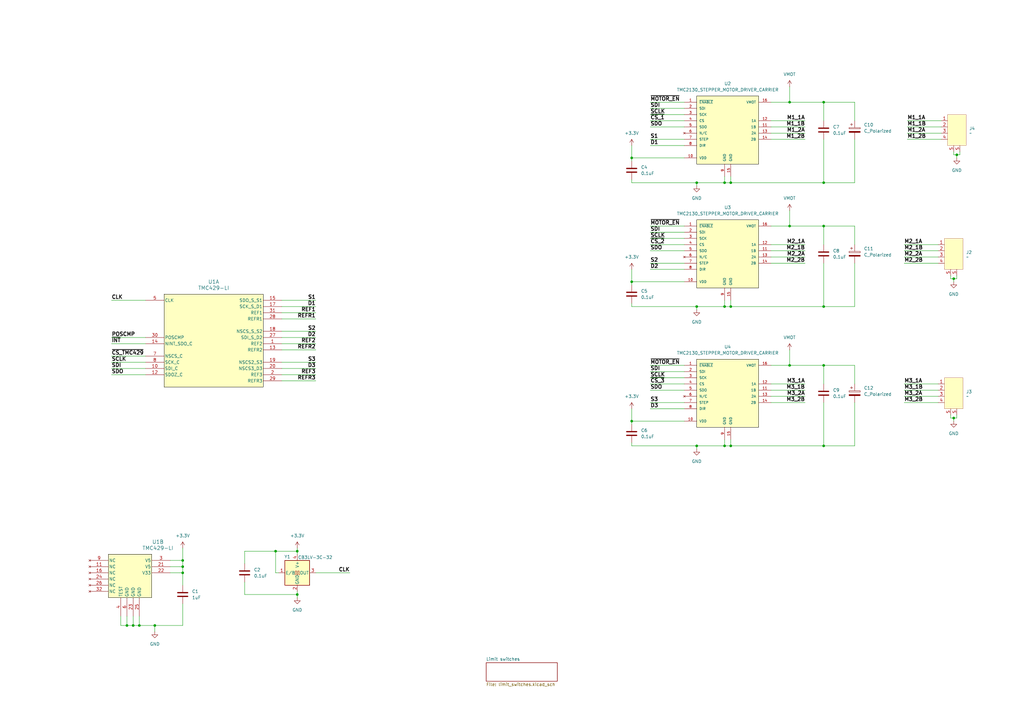
<source format=kicad_sch>
(kicad_sch (version 20231120) (generator "eeschema") (generator_version "8.0")
  (paper "A3")
  (lib_symbols
    (symbol "Device:C" (pin_numbers hide) (pin_names (offset 0.254))
      (property "Reference" "C" (at 0.635 2.54 0))
      (property "Value" "C" (at 0.635 -2.54 0))
      (symbol "C_0_1"
        (polyline (pts (xy -2.032 -0.762) (xy 2.032 -0.762)) (stroke (width 0.508)))
        (polyline (pts (xy -2.032 0.762) (xy 2.032 0.762)) (stroke (width 0.508)))
      )
      (symbol "C_1_1"
        (pin passive line (at 0 3.81 270) (length 2.794) (name "~") (number "1"))
        (pin passive line (at 0 -3.81 90) (length 2.794) (name "~") (number "2"))
      )
    )
    (symbol "Device:C_Polarized" (pin_numbers hide) (pin_names (offset 0.254))
      (property "Reference" "C" (at 0.635 2.54 0))
      (property "Value" "C_Polarized" (at 0.635 -2.54 0))
      (symbol "C_Polarized_0_1"
        (rectangle (start -2.286 0.508) (end 2.286 1.016))
        (polyline (pts (xy -1.778 2.286) (xy -0.762 2.286)))
        (polyline (pts (xy -1.27 2.794) (xy -1.27 1.778)))
        (rectangle (start 2.286 -0.508) (end -2.286 -1.016) (fill (type outline)))
      )
      (symbol "C_Polarized_1_1"
        (pin passive line (at 0 3.81 270) (length 2.794) (name "~") (number "1"))
        (pin passive line (at 0 -3.81 90) (length 2.794) (name "~") (number "2"))
      )
    )
    (symbol "JST_PA_4_pin_1"
      (property "Reference" "J" (at 0 1.27 0))
      (symbol "JST_PA_4_pin_1_1_0"
        (rectangle (start 0 0) (end 7.62 -12.7) (stroke (width 0.0254) (color 128 0 0 1)) (fill (type background)))
        (pin unspecified line (at 10.16 -2.54 180) (length 2.54) (name "") (number "1"))
        (pin unspecified line (at 10.16 -5.08 180) (length 2.54) (name "") (number "2"))
        (pin unspecified line (at 10.16 -7.62 180) (length 2.54) (name "") (number "3"))
        (pin unspecified line (at 10.16 -10.16 180) (length 2.54) (name "") (number "4"))
        (pin free line (at 2.54 -15.24 90) (length 2.54) (name "S") (number "S"))
        (pin free line (at 5.08 -15.24 90) (length 2.54) (name "S") (number "S"))
      )
    )
    (symbol "JST_PA_4_pin_2"
      (property "Reference" "J" (at 0 1.27 0))
      (symbol "JST_PA_4_pin_2_1_0"
        (rectangle (start 0 0) (end 7.62 -12.7) (stroke (width 0.0254) (color 128 0 0 1)) (fill (type background)))
        (pin unspecified line (at 10.16 -2.54 180) (length 2.54) (name "") (number "1"))
        (pin unspecified line (at 10.16 -5.08 180) (length 2.54) (name "") (number "2"))
        (pin unspecified line (at 10.16 -7.62 180) (length 2.54) (name "") (number "3"))
        (pin unspecified line (at 10.16 -10.16 180) (length 2.54) (name "") (number "4"))
        (pin free line (at 2.54 -15.24 90) (length 2.54) (name "S") (number "S"))
        (pin free line (at 5.08 -15.24 90) (length 2.54) (name "S") (number "S"))
      )
    )
    (symbol "Matts_library:JST_PA_4_pin"
      (property "Reference" "U" (at 0 1.27 0))
      (symbol "JST_PA_4_pin_1_0"
        (rectangle (start 0 0) (end 7.62 -12.7) (stroke (width 0.0254) (color 128 0 0 1)) (fill (type background)))
        (pin unspecified line (at 10.16 -2.54 180) (length 2.54) (name "") (number "1"))
        (pin unspecified line (at 10.16 -5.08 180) (length 2.54) (name "") (number "2"))
        (pin unspecified line (at 10.16 -7.62 180) (length 2.54) (name "") (number "3"))
        (pin unspecified line (at 10.16 -10.16 180) (length 2.54) (name "") (number "4"))
        (pin free line (at 2.54 -15.24 90) (length 2.54) (name "S") (number "S"))
        (pin free line (at 5.08 -15.24 90) (length 2.54) (name "S") (number "S"))
      )
    )
    (symbol "Matts_library:TMC2130_STEPPER_MOTOR_DRIVER_CARRIER" (pin_names (offset 1.016))
      (property "Reference" "U" (at -12.7 19.05 0))
      (property "Value" "TMC2130_STEPPER_MOTOR_DRIVER_CARRIER" (at -9.652 18.796 0))
      (symbol "TMC2130_STEPPER_MOTOR_DRIVER_CARRIER_0_0"
        (pin input line (at -17.78 15.24 0) (length 5.08) (name "~{ENABLE}") (number "1"))
        (pin power_in line (at -17.78 -7.62 0) (length 5.08) (name "VDD") (number "10"))
        (pin output line (at 17.78 5.08 180) (length 5.08) (name "1B") (number "11"))
        (pin output line (at 17.78 7.62 180) (length 5.08) (name "1A") (number "12"))
        (pin output line (at 17.78 2.54 180) (length 5.08) (name "2A") (number "13"))
        (pin output line (at 17.78 0 180) (length 5.08) (name "2B") (number "14"))
        (pin power_in line (at 1.27 -15.24 90) (length 5.08) (name "GND") (number "15"))
        (pin power_in line (at 17.78 15.24 180) (length 5.08) (name "VMOT") (number "16"))
        (pin input line (at -17.78 0 0) (length 5.08) (name "STEP") (number "7"))
        (pin input line (at -17.78 -2.54 0) (length 5.08) (name "DIR") (number "8"))
        (pin power_in line (at -1.27 -15.24 90) (length 5.08) (name "GND") (number "9"))
      )
      (symbol "TMC2130_STEPPER_MOTOR_DRIVER_CARRIER_1_0"
        (rectangle (start -12.7 17.78) (end 12.7 -10.16) (stroke (width 0) (color 0 0 0 1)) (fill (type background)))
        (pin input line (at -17.78 12.7 0) (length 5.08) (name "SDI") (number "2"))
        (pin input line (at -17.78 10.16 0) (length 5.08) (name "SCK") (number "3"))
        (pin input line (at -17.78 7.62 0) (length 5.08) (name "CS") (number "4"))
        (pin output line (at -17.78 5.08 0) (length 5.08) (name "SDO") (number "5"))
        (pin no_connect line (at -17.78 2.54 0) (length 5.08) (name "N/C") (number "6"))
      )
    )
    (symbol "Matts_library:TMC429-LI" (pin_names (offset 0.254))
      (property "Reference" "U2" (at 27.94 7.62 0))
      (property "Value" "TMC429-LI" (at 27.94 5.08 0))
      (symbol "TMC429-LI_1_1"
        (rectangle (start 7.62 2.54) (end 48.26 -35.56) (stroke (width 0) (color 0 0 0 1)) (fill (type background)))
        (pin input line (at 55.88 -17.78 180) (length 7.62) (name "REF2") (number "1"))
        (pin input line (at 0 -27.94 0) (length 7.62) (name "SDI_C") (number "10"))
        (pin output line (at 0 -30.48 0) (length 7.62) (name "SDOZ_C") (number "12"))
        (pin input line (at 55.88 -20.32 180) (length 7.62) (name "REFR2") (number "13"))
        (pin output line (at 0 -17.78 0) (length 7.62) (name "NINT_SDO_C") (number "14"))
        (pin output line (at 55.88 0 180) (length 7.62) (name "SDO_S_S1") (number "15"))
        (pin input line (at 55.88 -2.54 180) (length 7.62) (name "SCK_S_D1") (number "17"))
        (pin output line (at 55.88 -12.7 180) (length 7.62) (name "NSCS_S_S2") (number "18"))
        (pin output line (at 55.88 -25.4 180) (length 7.62) (name "NSCS2_S3") (number "19"))
        (pin input line (at 55.88 -30.48 180) (length 7.62) (name "REF3") (number "2"))
        (pin output line (at 55.88 -27.94 180) (length 7.62) (name "NSCS3_D3") (number "20"))
        (pin input line (at 55.88 -15.24 180) (length 7.62) (name "SDI_S_D2") (number "27"))
        (pin input line (at 55.88 -7.62 180) (length 7.62) (name "REFR1") (number "28"))
        (pin input line (at 55.88 -33.02 180) (length 7.62) (name "REFR3") (number "29"))
        (pin output line (at 0 -15.24 0) (length 7.62) (name "POSCMP") (number "30"))
        (pin input line (at 55.88 -5.08 180) (length 7.62) (name "REF1") (number "31"))
        (pin input line (at 0 0 0) (length 7.62) (name "CLK") (number "5"))
        (pin input line (at 0 -22.86 0) (length 7.62) (name "NSCS_C") (number "7"))
        (pin input line (at 0 -25.4 0) (length 7.62) (name "SCK_C") (number "8"))
      )
      (symbol "TMC429-LI_2_1"
        (rectangle (start 7.62 2.54) (end 25.4 -15.24) (stroke (width 0) (color 0 0 0 1)) (fill (type background)))
        (pin no_connect line (at 0 -2.54 0) (length 7.62) (name "NC") (number "11"))
        (pin no_connect line (at 0 -5.08 0) (length 7.62) (name "NC") (number "16"))
        (pin power_in line (at 33.02 -2.54 180) (length 7.62) (name "V5") (number "21"))
        (pin power_in line (at 33.02 -5.08 180) (length 7.62) (name "V33") (number "22"))
        (pin power_in line (at 17.78 -22.86 90) (length 7.62) (name "GND") (number "23"))
        (pin no_connect line (at 0 -7.62 0) (length 7.62) (name "NC") (number "24"))
        (pin power_in line (at 20.32 -22.86 90) (length 7.62) (name "GND") (number "25"))
        (pin no_connect line (at 0 -10.16 0) (length 7.62) (name "NC") (number "26"))
        (pin power_in line (at 33.02 0 180) (length 7.62) (name "V5") (number "3"))
        (pin no_connect line (at 0 -12.7 0) (length 7.62) (name "NC") (number "32"))
        (pin input line (at 12.7 -22.86 90) (length 7.62) (name "TEST") (number "4"))
        (pin power_in line (at 15.24 -22.86 90) (length 7.62) (name "GND") (number "6"))
        (pin no_connect line (at 0 0 0) (length 7.62) (name "NC") (number "9"))
      )
    )
    (symbol "Oscillator:IQXO-70" (pin_names (offset 0.254))
      (property "Reference" "Y" (at -5.08 6.35 0))
      (property "Value" "IQXO-70" (at 1.27 -6.35 0))
      (symbol "IQXO-70_0_1"
        (rectangle (start -5.08 5.08) (end 5.08 -5.08) (stroke (width 0.254)) (fill (type background)))
        (polyline (pts (xy -1.016 -0.762) (xy -0.762 -0.762) (xy -0.762 0.762) (xy -0.254 0.762) (xy -0.254 -0.762) (xy 0.254 -0.762) (xy 0.254 0.762) (xy 0.762 0.762) (xy 0.762 -0.762) (xy 1.016 -0.762)))
      )
      (symbol "IQXO-70_1_1"
        (pin input line (at -7.62 0 0) (length 2.54) (name "E/B") (number "1"))
        (pin power_in line (at 0 -7.62 90) (length 2.54) (name "GND") (number "2"))
        (pin output line (at 7.62 0 180) (length 2.54) (name "OUT") (number "3"))
        (pin power_in line (at 0 7.62 270) (length 2.54) (name "V+") (number "4"))
      )
    )
    (symbol "TMC429-LI_1" (pin_names (offset 0.254))
      (property "Reference" "U2" (at 27.94 7.62 0))
      (property "Value" "TMC429-LI" (at 27.94 5.08 0))
      (symbol "TMC429-LI_1_1_1"
        (rectangle (start 7.62 2.54) (end 48.26 -35.56) (stroke (width 0) (color 0 0 0 1)) (fill (type background)))
        (pin input line (at 55.88 -17.78 180) (length 7.62) (name "REF2") (number "1"))
        (pin input line (at 0 -27.94 0) (length 7.62) (name "SDI_C") (number "10"))
        (pin output line (at 0 -30.48 0) (length 7.62) (name "SDOZ_C") (number "12"))
        (pin input line (at 55.88 -20.32 180) (length 7.62) (name "REFR2") (number "13"))
        (pin output line (at 0 -17.78 0) (length 7.62) (name "NINT_SDO_C") (number "14"))
        (pin output line (at 55.88 0 180) (length 7.62) (name "SDO_S_S1") (number "15"))
        (pin input line (at 55.88 -2.54 180) (length 7.62) (name "SCK_S_D1") (number "17"))
        (pin output line (at 55.88 -12.7 180) (length 7.62) (name "NSCS_S_S2") (number "18"))
        (pin output line (at 55.88 -25.4 180) (length 7.62) (name "NSCS2_S3") (number "19"))
        (pin input line (at 55.88 -30.48 180) (length 7.62) (name "REF3") (number "2"))
        (pin output line (at 55.88 -27.94 180) (length 7.62) (name "NSCS3_D3") (number "20"))
        (pin input line (at 55.88 -15.24 180) (length 7.62) (name "SDI_S_D2") (number "27"))
        (pin input line (at 55.88 -7.62 180) (length 7.62) (name "REFR1") (number "28"))
        (pin input line (at 55.88 -33.02 180) (length 7.62) (name "REFR3") (number "29"))
        (pin output line (at 0 -15.24 0) (length 7.62) (name "POSCMP") (number "30"))
        (pin input line (at 55.88 -5.08 180) (length 7.62) (name "REF1") (number "31"))
        (pin input line (at 0 0 0) (length 7.62) (name "CLK") (number "5"))
        (pin input line (at 0 -22.86 0) (length 7.62) (name "NSCS_C") (number "7"))
        (pin input line (at 0 -25.4 0) (length 7.62) (name "SCK_C") (number "8"))
      )
      (symbol "TMC429-LI_1_2_1"
        (rectangle (start 7.62 2.54) (end 25.4 -15.24) (stroke (width 0) (color 0 0 0 1)) (fill (type background)))
        (pin no_connect line (at 0 -2.54 0) (length 7.62) (name "NC") (number "11"))
        (pin no_connect line (at 0 -5.08 0) (length 7.62) (name "NC") (number "16"))
        (pin power_in line (at 33.02 -2.54 180) (length 7.62) (name "V5") (number "21"))
        (pin power_in line (at 33.02 -5.08 180) (length 7.62) (name "V33") (number "22"))
        (pin power_in line (at 17.78 -22.86 90) (length 7.62) (name "GND") (number "23"))
        (pin no_connect line (at 0 -7.62 0) (length 7.62) (name "NC") (number "24"))
        (pin power_in line (at 20.32 -22.86 90) (length 7.62) (name "GND") (number "25"))
        (pin no_connect line (at 0 -10.16 0) (length 7.62) (name "NC") (number "26"))
        (pin power_in line (at 33.02 0 180) (length 7.62) (name "V5") (number "3"))
        (pin no_connect line (at 0 -12.7 0) (length 7.62) (name "NC") (number "32"))
        (pin input line (at 12.7 -22.86 90) (length 7.62) (name "TEST") (number "4"))
        (pin power_in line (at 15.24 -22.86 90) (length 7.62) (name "GND") (number "6"))
        (pin no_connect line (at 0 0 0) (length 7.62) (name "NC") (number "9"))
      )
    )
    (symbol "power:+3.3V" (power) (pin_numbers hide) (pin_names (offset 0) hide)
      (property "Value" "+3.3V" (at 0 3.556 0))
      (symbol "+3.3V_0_1"
        (polyline (pts (xy -0.762 1.27) (xy 0 2.54)))
        (polyline (pts (xy 0 0) (xy 0 2.54)))
        (polyline (pts (xy 0 2.54) (xy 0.762 1.27)))
      )
      (symbol "+3.3V_1_1"
        (pin power_in line (at 0 0 90) (length 0) (name "~") (number "1"))
      )
    )
    (symbol "power:GND" (power) (pin_numbers hide) (pin_names (offset 0) hide)
      (property "Value" "GND" (at 0 -3.81 0))
      (symbol "GND_0_1"
        (polyline (pts (xy 0 0) (xy 0 -1.27) (xy 1.27 -1.27) (xy 0 -2.54) (xy -1.27 -1.27) (xy 0 -1.27)))
      )
      (symbol "GND_1_1"
        (pin power_in line (at 0 0 270) (length 0) (name "~") (number "1"))
      )
    )
    (symbol "power:VDD" (power) (pin_numbers hide) (pin_names (offset 0) hide)
      (property "Value" "VDD" (at 0 3.556 0))
      (symbol "VDD_0_1"
        (polyline (pts (xy -0.762 1.27) (xy 0 2.54)))
        (polyline (pts (xy 0 0) (xy 0 2.54)))
        (polyline (pts (xy 0 2.54) (xy 0.762 1.27)))
      )
      (symbol "VDD_1_1"
        (pin power_in line (at 0 0 90) (length 0) (name "~") (number "1"))
      )
    )
  )
  (junction (at 299.72 182.88))
  (junction (at 285.75 182.88))
  (junction (at 54.61 256.54))
  (junction (at 259.08 172.72))
  (junction (at 297.18 125.73))
  (junction (at 337.82 182.88))
  (junction (at 337.82 149.86))
  (junction (at 57.15 256.54))
  (junction (at 74.93 234.95))
  (junction (at 285.75 74.93))
  (junction (at 337.82 92.71))
  (junction (at 74.93 229.87))
  (junction (at 121.92 243.84))
  (junction (at 285.75 125.73))
  (junction (at 63.5 256.54))
  (junction (at 297.18 74.93))
  (junction (at 74.93 232.41))
  (junction (at 259.08 115.57))
  (junction (at 323.85 149.86))
  (junction (at 121.92 226.06))
  (junction (at 113.03 226.06))
  (junction (at 337.82 74.93))
  (junction (at 391.16 171.45))
  (junction (at 392.43 63.5))
  (junction (at 259.08 64.77))
  (junction (at 323.85 41.91))
  (junction (at 299.72 74.93))
  (junction (at 323.85 92.71))
  (junction (at 299.72 125.73))
  (junction (at 391.16 114.3))
  (junction (at 337.82 125.73))
  (junction (at 337.82 41.91))
  (junction (at 52.07 256.54))
  (junction (at 297.18 182.88))
  (wire (pts (xy 259.08 167.64) (xy 259.08 172.72)))
  (wire (pts (xy 115.57 128.27) (xy 129.54 128.27)))
  (wire (pts (xy 45.72 148.59) (xy 59.69 148.59)))
  (wire (pts (xy 74.93 247.65) (xy 74.93 256.54)))
  (wire (pts (xy 259.08 64.77) (xy 280.67 64.77)))
  (wire (pts (xy 100.33 231.14) (xy 100.33 226.06)))
  (wire (pts (xy 330.2 100.33) (xy 316.23 100.33)))
  (wire (pts (xy 52.07 252.73) (xy 52.07 256.54)))
  (wire (pts (xy 372.11 54.61) (xy 386.08 54.61)))
  (wire (pts (xy 63.5 256.54) (xy 63.5 259.08)))
  (wire (pts (xy 337.82 125.73) (xy 299.72 125.73)))
  (wire (pts (xy 337.82 149.86) (xy 323.85 149.86)))
  (wire (pts (xy 45.72 151.13) (xy 59.69 151.13)))
  (wire (pts (xy 266.7 154.94) (xy 280.67 154.94)))
  (wire (pts (xy 391.16 63.5) (xy 392.43 63.5)))
  (wire (pts (xy 350.52 157.48) (xy 350.52 149.86)))
  (wire (pts (xy 259.08 110.49) (xy 259.08 115.57)))
  (wire (pts (xy 370.84 162.56) (xy 384.81 162.56)))
  (wire (pts (xy 115.57 151.13) (xy 129.54 151.13)))
  (wire (pts (xy 299.72 74.93) (xy 297.18 74.93)))
  (wire (pts (xy 297.18 72.39) (xy 297.18 74.93)))
  (wire (pts (xy 259.08 115.57) (xy 280.67 115.57)))
  (wire (pts (xy 115.57 130.81) (xy 129.54 130.81)))
  (wire (pts (xy 297.18 125.73) (xy 285.75 125.73)))
  (wire (pts (xy 299.72 72.39) (xy 299.72 74.93)))
  (wire (pts (xy 143.51 234.95) (xy 129.54 234.95)))
  (wire (pts (xy 52.07 256.54) (xy 54.61 256.54)))
  (wire (pts (xy 299.72 125.73) (xy 297.18 125.73)))
  (wire (pts (xy 389.89 113.03) (xy 389.89 114.3)))
  (wire (pts (xy 113.03 226.06) (xy 121.92 226.06)))
  (wire (pts (xy 337.82 57.15) (xy 337.82 74.93)))
  (wire (pts (xy 392.43 63.5) (xy 392.43 64.77)))
  (wire (pts (xy 266.7 149.86) (xy 280.67 149.86)))
  (wire (pts (xy 74.93 234.95) (xy 74.93 240.03)))
  (wire (pts (xy 384.81 107.95) (xy 370.84 107.95)))
  (wire (pts (xy 45.72 153.67) (xy 59.69 153.67)))
  (wire (pts (xy 121.92 224.79) (xy 121.92 226.06)))
  (wire (pts (xy 384.81 160.02) (xy 370.84 160.02)))
  (wire (pts (xy 297.18 182.88) (xy 285.75 182.88)))
  (wire (pts (xy 114.3 234.95) (xy 113.03 234.95)))
  (wire (pts (xy 266.7 107.95) (xy 280.67 107.95)))
  (wire (pts (xy 337.82 165.1) (xy 337.82 182.88)))
  (wire (pts (xy 115.57 125.73) (xy 129.54 125.73)))
  (wire (pts (xy 393.7 63.5) (xy 392.43 63.5)))
  (wire (pts (xy 337.82 41.91) (xy 323.85 41.91)))
  (wire (pts (xy 57.15 256.54) (xy 63.5 256.54)))
  (wire (pts (xy 74.93 229.87) (xy 74.93 224.79)))
  (wire (pts (xy 115.57 140.97) (xy 129.54 140.97)))
  (wire (pts (xy 350.52 125.73) (xy 337.82 125.73)))
  (wire (pts (xy 316.23 57.15) (xy 330.2 57.15)))
  (wire (pts (xy 350.52 57.15) (xy 350.52 74.93)))
  (wire (pts (xy 391.16 171.45) (xy 391.16 172.72)))
  (wire (pts (xy 266.7 41.91) (xy 280.67 41.91)))
  (wire (pts (xy 337.82 49.53) (xy 337.82 41.91)))
  (wire (pts (xy 372.11 49.53) (xy 386.08 49.53)))
  (wire (pts (xy 115.57 135.89) (xy 129.54 135.89)))
  (wire (pts (xy 74.93 232.41) (xy 74.93 229.87)))
  (wire (pts (xy 266.7 92.71) (xy 280.67 92.71)))
  (wire (pts (xy 330.2 54.61) (xy 316.23 54.61)))
  (wire (pts (xy 316.23 165.1) (xy 330.2 165.1)))
  (wire (pts (xy 323.85 92.71) (xy 323.85 86.36)))
  (wire (pts (xy 115.57 123.19) (xy 129.54 123.19)))
  (wire (pts (xy 350.52 100.33) (xy 350.52 92.71)))
  (wire (pts (xy 337.82 182.88) (xy 299.72 182.88)))
  (wire (pts (xy 266.7 49.53) (xy 280.67 49.53)))
  (wire (pts (xy 266.7 165.1) (xy 280.67 165.1)))
  (wire (pts (xy 259.08 182.88) (xy 285.75 182.88)))
  (wire (pts (xy 74.93 234.95) (xy 74.93 232.41)))
  (wire (pts (xy 115.57 153.67) (xy 129.54 153.67)))
  (wire (pts (xy 299.72 123.19) (xy 299.72 125.73)))
  (wire (pts (xy 259.08 124.46) (xy 259.08 125.73)))
  (wire (pts (xy 391.16 62.23) (xy 391.16 63.5)))
  (wire (pts (xy 384.81 102.87) (xy 370.84 102.87)))
  (wire (pts (xy 74.93 256.54) (xy 63.5 256.54)))
  (wire (pts (xy 49.53 256.54) (xy 52.07 256.54)))
  (wire (pts (xy 316.23 41.91) (xy 323.85 41.91)))
  (wire (pts (xy 299.72 182.88) (xy 297.18 182.88)))
  (wire (pts (xy 316.23 52.07) (xy 330.2 52.07)))
  (wire (pts (xy 259.08 116.84) (xy 259.08 115.57)))
  (wire (pts (xy 57.15 252.73) (xy 57.15 256.54)))
  (wire (pts (xy 259.08 59.69) (xy 259.08 64.77)))
  (wire (pts (xy 259.08 66.04) (xy 259.08 64.77)))
  (wire (pts (xy 386.08 52.07) (xy 372.11 52.07)))
  (wire (pts (xy 69.85 232.41) (xy 74.93 232.41)))
  (wire (pts (xy 337.82 100.33) (xy 337.82 92.71)))
  (wire (pts (xy 285.75 182.88) (xy 285.75 184.15)))
  (wire (pts (xy 259.08 74.93) (xy 285.75 74.93)))
  (wire (pts (xy 330.2 105.41) (xy 316.23 105.41)))
  (wire (pts (xy 259.08 172.72) (xy 280.67 172.72)))
  (wire (pts (xy 266.7 57.15) (xy 280.67 57.15)))
  (wire (pts (xy 330.2 157.48) (xy 316.23 157.48)))
  (wire (pts (xy 266.7 157.48) (xy 280.67 157.48)))
  (wire (pts (xy 384.81 165.1) (xy 370.84 165.1)))
  (wire (pts (xy 350.52 92.71) (xy 337.82 92.71)))
  (wire (pts (xy 266.7 44.45) (xy 280.67 44.45)))
  (wire (pts (xy 297.18 74.93) (xy 285.75 74.93)))
  (wire (pts (xy 113.03 234.95) (xy 113.03 226.06)))
  (wire (pts (xy 316.23 92.71) (xy 323.85 92.71)))
  (wire (pts (xy 316.23 149.86) (xy 323.85 149.86)))
  (wire (pts (xy 337.82 74.93) (xy 299.72 74.93)))
  (wire (pts (xy 266.7 46.99) (xy 280.67 46.99)))
  (wire (pts (xy 121.92 243.84) (xy 121.92 245.11)))
  (wire (pts (xy 45.72 138.43) (xy 59.69 138.43)))
  (wire (pts (xy 323.85 41.91) (xy 323.85 35.56)))
  (wire (pts (xy 337.82 157.48) (xy 337.82 149.86)))
  (wire (pts (xy 266.7 102.87) (xy 280.67 102.87)))
  (wire (pts (xy 69.85 229.87) (xy 74.93 229.87)))
  (wire (pts (xy 54.61 256.54) (xy 57.15 256.54)))
  (wire (pts (xy 393.7 62.23) (xy 393.7 63.5)))
  (wire (pts (xy 350.52 41.91) (xy 337.82 41.91)))
  (wire (pts (xy 259.08 73.66) (xy 259.08 74.93)))
  (wire (pts (xy 54.61 252.73) (xy 54.61 256.54)))
  (wire (pts (xy 392.43 170.18) (xy 392.43 171.45)))
  (wire (pts (xy 350.52 165.1) (xy 350.52 182.88)))
  (wire (pts (xy 266.7 160.02) (xy 280.67 160.02)))
  (wire (pts (xy 389.89 171.45) (xy 391.16 171.45)))
  (wire (pts (xy 350.52 149.86) (xy 337.82 149.86)))
  (wire (pts (xy 266.7 167.64) (xy 280.67 167.64)))
  (wire (pts (xy 115.57 156.21) (xy 129.54 156.21)))
  (wire (pts (xy 259.08 173.99) (xy 259.08 172.72)))
  (wire (pts (xy 389.89 114.3) (xy 391.16 114.3)))
  (wire (pts (xy 392.43 171.45) (xy 391.16 171.45)))
  (wire (pts (xy 115.57 148.59) (xy 129.54 148.59)))
  (wire (pts (xy 386.08 57.15) (xy 372.11 57.15)))
  (wire (pts (xy 392.43 114.3) (xy 391.16 114.3)))
  (wire (pts (xy 100.33 238.76) (xy 100.33 243.84)))
  (wire (pts (xy 370.84 157.48) (xy 384.81 157.48)))
  (wire (pts (xy 45.72 146.05) (xy 59.69 146.05)))
  (wire (pts (xy 350.52 74.93) (xy 337.82 74.93)))
  (wire (pts (xy 69.85 234.95) (xy 74.93 234.95)))
  (wire (pts (xy 316.23 160.02) (xy 330.2 160.02)))
  (wire (pts (xy 100.33 243.84) (xy 121.92 243.84)))
  (wire (pts (xy 330.2 162.56) (xy 316.23 162.56)))
  (wire (pts (xy 49.53 252.73) (xy 49.53 256.54)))
  (wire (pts (xy 266.7 100.33) (xy 280.67 100.33)))
  (wire (pts (xy 259.08 125.73) (xy 285.75 125.73)))
  (wire (pts (xy 266.7 95.25) (xy 280.67 95.25)))
  (wire (pts (xy 370.84 100.33) (xy 384.81 100.33)))
  (wire (pts (xy 285.75 74.93) (xy 285.75 76.2)))
  (wire (pts (xy 100.33 226.06) (xy 113.03 226.06)))
  (wire (pts (xy 45.72 140.97) (xy 59.69 140.97)))
  (wire (pts (xy 266.7 97.79) (xy 280.67 97.79)))
  (wire (pts (xy 389.89 170.18) (xy 389.89 171.45)))
  (wire (pts (xy 45.72 123.19) (xy 59.69 123.19)))
  (wire (pts (xy 266.7 152.4) (xy 280.67 152.4)))
  (wire (pts (xy 330.2 49.53) (xy 316.23 49.53)))
  (wire (pts (xy 297.18 180.34) (xy 297.18 182.88)))
  (wire (pts (xy 323.85 149.86) (xy 323.85 143.51)))
  (wire (pts (xy 285.75 125.73) (xy 285.75 127)))
  (wire (pts (xy 115.57 138.43) (xy 129.54 138.43)))
  (wire (pts (xy 121.92 226.06) (xy 121.92 227.33)))
  (wire (pts (xy 316.23 107.95) (xy 330.2 107.95)))
  (wire (pts (xy 121.92 242.57) (xy 121.92 243.84)))
  (wire (pts (xy 337.82 107.95) (xy 337.82 125.73)))
  (wire (pts (xy 370.84 105.41) (xy 384.81 105.41)))
  (wire (pts (xy 259.08 181.61) (xy 259.08 182.88)))
  (wire (pts (xy 350.52 107.95) (xy 350.52 125.73)))
  (wire (pts (xy 391.16 114.3) (xy 391.16 115.57)))
  (wire (pts (xy 316.23 102.87) (xy 330.2 102.87)))
  (wire (pts (xy 297.18 123.19) (xy 297.18 125.73)))
  (wire (pts (xy 350.52 182.88) (xy 337.82 182.88)))
  (wire (pts (xy 115.57 143.51) (xy 129.54 143.51)))
  (wire (pts (xy 266.7 52.07) (xy 280.67 52.07)))
  (wire (pts (xy 350.52 49.53) (xy 350.52 41.91)))
  (wire (pts (xy 392.43 113.03) (xy 392.43 114.3)))
  (wire (pts (xy 266.7 110.49) (xy 280.67 110.49)))
  (wire (pts (xy 299.72 180.34) (xy 299.72 182.88)))
  (wire (pts (xy 266.7 59.69) (xy 280.67 59.69)))
  (wire (pts (xy 337.82 92.71) (xy 323.85 92.71)))
  (label "D2" (at 129.54 138.43 180) (effects (font (size 1.524 1.524) (thickness 0.3048) (bold yes))))
  (label "S3" (at 129.54 148.59 180) (effects (font (size 1.524 1.524) (thickness 0.3048) (bold yes))))
  (label "M1_2B" (at 330.2 57.15 180) (effects (font (size 1.524 1.524) (thickness 0.3048) (bold yes))))
  (label "M2_2B" (at 330.2 107.95 180) (effects (font (size 1.524 1.524) (thickness 0.3048) (bold yes))))
  (label "SCLK" (at 266.7 154.94 0) (effects (font (size 1.524 1.524) (thickness 0.3048) (bold yes))))
  (label "M3_1A" (at 330.2 157.48 180) (effects (font (size 1.524 1.524) (thickness 0.3048) (bold yes))))
  (label "S1" (at 129.54 123.19 180) (effects (font (size 1.524 1.524) (thickness 0.3048) (bold yes))))
  (label "SDI" (at 266.7 152.4 0) (effects (font (size 1.524 1.524) (thickness 0.3048) (bold yes))))
  (label "M1_2A" (at 372.11 54.61 0) (effects (font (size 1.524 1.524) (thickness 0.3048) (bold yes))))
  (label "~{CS_2}" (at 266.7 100.33 0) (effects (font (size 1.524 1.524) (thickness 0.3048) (bold yes))))
  (label "REFR3" (at 129.54 156.21 180) (effects (font (size 1.524 1.524) (thickness 0.3048) (bold yes))))
  (label "SDO" (at 266.7 102.87 0) (effects (font (size 1.524 1.524) (thickness 0.3048) (bold yes))))
  (label "SCLK" (at 45.72 148.59 0) (effects (font (size 1.524 1.524) (thickness 0.3048) (bold yes))))
  (label "CLK" (at 143.51 234.95 180) (effects (font (size 1.524 1.524) (thickness 0.3048) (bold yes))))
  (label "M1_1A" (at 330.2 49.53 180) (effects (font (size 1.524 1.524) (thickness 0.3048) (bold yes))))
  (label "M1_1B" (at 330.2 52.07 180) (effects (font (size 1.524 1.524) (thickness 0.3048) (bold yes))))
  (label "SCLK" (at 266.7 97.79 0) (effects (font (size 1.524 1.524) (thickness 0.3048) (bold yes))))
  (label "S2" (at 129.54 135.89 180) (effects (font (size 1.524 1.524) (thickness 0.3048) (bold yes))))
  (label "D1" (at 129.54 125.73 180) (effects (font (size 1.524 1.524) (thickness 0.3048) (bold yes))))
  (label "REF2" (at 129.54 140.97 180) (effects (font (size 1.524 1.524) (thickness 0.3048) (bold yes))))
  (label "SDO" (at 266.7 160.02 0) (effects (font (size 1.524 1.524) (thickness 0.3048) (bold yes))))
  (label "M2_2A" (at 370.84 105.41 0) (effects (font (size 1.524 1.524) (thickness 0.3048) (bold yes))))
  (label "M2_1A" (at 370.84 100.33 0) (effects (font (size 1.524 1.524) (thickness 0.3048) (bold yes))))
  (label "M3_2B" (at 330.2 165.1 180) (effects (font (size 1.524 1.524) (thickness 0.3048) (bold yes))))
  (label "SDI" (at 266.7 44.45 0) (effects (font (size 1.524 1.524) (thickness 0.3048) (bold yes))))
  (label "~{MOTOR_EN}" (at 266.7 149.86 0) (effects (font (size 1.524 1.524) (thickness 0.3048) (bold yes))))
  (label "M1_1A" (at 372.11 49.53 0) (effects (font (size 1.524 1.524) (thickness 0.3048) (bold yes))))
  (label "D3" (at 129.54 151.13 180) (effects (font (size 1.524 1.524) (thickness 0.3048) (bold yes))))
  (label "SDO" (at 266.7 52.07 0) (effects (font (size 1.524 1.524) (thickness 0.3048) (bold yes))))
  (label "M3_2A" (at 370.84 162.56 0) (effects (font (size 1.524 1.524) (thickness 0.3048) (bold yes))))
  (label "M3_1B" (at 330.2 160.02 180) (effects (font (size 1.524 1.524) (thickness 0.3048) (bold yes))))
  (label "M2_1B" (at 370.84 102.87 0) (effects (font (size 1.524 1.524) (thickness 0.3048) (bold yes))))
  (label "M3_2A" (at 330.2 162.56 180) (effects (font (size 1.524 1.524) (thickness 0.3048) (bold yes))))
  (label "M3_2B" (at 370.84 165.1 0) (effects (font (size 1.524 1.524) (thickness 0.3048) (bold yes))))
  (label "D1" (at 266.7 59.69 0) (effects (font (size 1.524 1.524) (thickness 0.3048) (bold yes))))
  (label "POSCMP" (at 45.72 138.43 0) (effects (font (size 1.524 1.524) (thickness 0.3048) (bold yes))))
  (label "REFR1" (at 129.54 130.81 180) (effects (font (size 1.524 1.524) (thickness 0.3048) (bold yes))))
  (label "REF3" (at 129.54 153.67 180) (effects (font (size 1.524 1.524) (thickness 0.3048) (bold yes))))
  (label "SDO" (at 45.72 153.67 0) (effects (font (size 1.524 1.524) (thickness 0.3048) (bold yes))))
  (label "M2_2A" (at 330.2 105.41 180) (effects (font (size 1.524 1.524) (thickness 0.3048) (bold yes))))
  (label "~{MOTOR_EN}" (at 266.7 92.71 0) (effects (font (size 1.524 1.524) (thickness 0.3048) (bold yes))))
  (label "D2" (at 266.7 110.49 0) (effects (font (size 1.524 1.524) (thickness 0.3048) (bold yes))))
  (label "M2_2B" (at 370.84 107.95 0) (effects (font (size 1.524 1.524) (thickness 0.3048) (bold yes))))
  (label "REF1" (at 129.54 128.27 180) (effects (font (size 1.524 1.524) (thickness 0.3048) (bold yes))))
  (label "SDI" (at 45.72 151.13 0) (effects (font (size 1.524 1.524) (thickness 0.3048) (bold yes))))
  (label "M3_1A" (at 370.84 157.48 0) (effects (font (size 1.524 1.524) (thickness 0.3048) (bold yes))))
  (label "SDI" (at 266.7 95.25 0) (effects (font (size 1.524 1.524) (thickness 0.3048) (bold yes))))
  (label "M2_1B" (at 330.2 102.87 180) (effects (font (size 1.524 1.524) (thickness 0.3048) (bold yes))))
  (label "~{CS_1}" (at 266.7 49.53 0) (effects (font (size 1.524 1.524) (thickness 0.3048) (bold yes))))
  (label "~{CS_TMC429}" (at 45.72 146.05 0) (effects (font (size 1.524 1.524) (thickness 0.3048) (bold yes))))
  (label "CLK" (at 45.72 123.19 0) (effects (font (size 1.524 1.524) (thickness 0.3048) (bold yes))))
  (label "~{INT}" (at 45.72 140.97 0) (effects (font (size 1.524 1.524) (thickness 0.3048) (bold yes))))
  (label "SCLK" (at 266.7 46.99 0) (effects (font (size 1.524 1.524) (thickness 0.3048) (bold yes))))
  (label "S3" (at 266.7 165.1 0) (effects (font (size 1.524 1.524) (thickness 0.3048) (bold yes))))
  (label "S2" (at 266.7 107.95 0) (effects (font (size 1.524 1.524) (thickness 0.3048) (bold yes))))
  (label "M1_1B" (at 372.11 52.07 0) (effects (font (size 1.524 1.524) (thickness 0.3048) (bold yes))))
  (label "M1_2B" (at 372.11 57.15 0) (effects (font (size 1.524 1.524) (thickness 0.3048) (bold yes))))
  (label "S1" (at 266.7 57.15 0) (effects (font (size 1.524 1.524) (thickness 0.3048) (bold yes))))
  (label "M3_1B" (at 370.84 160.02 0) (effects (font (size 1.524 1.524) (thickness 0.3048) (bold yes))))
  (label "~{MOTOR_EN}" (at 266.7 41.91 0) (effects (font (size 1.524 1.524) (thickness 0.3048) (bold yes))))
  (label "~{CS_3}" (at 266.7 157.48 0) (effects (font (size 1.524 1.524) (thickness 0.3048) (bold yes))))
  (label "REFR2" (at 129.54 143.51 180) (effects (font (size 1.524 1.524) (thickness 0.3048) (bold yes))))
  (label "M2_1A" (at 330.2 100.33 180) (effects (font (size 1.524 1.524) (thickness 0.3048) (bold yes))))
  (label "D3" (at 266.7 167.64 0) (effects (font (size 1.524 1.524) (thickness 0.3048) (bold yes))))
  (label "M1_2A" (at 330.2 54.61 180) (effects (font (size 1.524 1.524) (thickness 0.3048) (bold yes))))
  (symbol (lib_id "Device:C") (at 74.93 243.84 0) (unit 1)
    (property "Reference" "C1" (at 78.74 242.5699 0) (effects (justify left)))
    (property "Value" "1uF" (at 78.74 245.1099 0) (effects (justify left)))
    (property "Description" "Unpolarized capacitor" (effects (hide yes)))
  )
  (symbol (lib_id "Device:C_Polarized") (at 350.52 104.14 0) (unit 1)
    (property "Reference" "C11" (at 354.33 101.9809 0) (effects (justify left)))
    (property "Value" "C_Polarized" (at 354.33 104.5209 0) (effects (justify left)))
    (property "Description" "Polarized capacitor" (effects (hide yes)))
  )
  (symbol (lib_id "power:GND") (at 392.43 64.77 0) (unit 1)
    (property "Reference" "#PWR017" (effects (hide yes)))
    (property "Value" "GND" (at 392.43 69.85 0))
    (property "Description" "Power symbol creates a global label with name \"GND\" , ground" (effects (hide yes)))
  )
  (symbol (lib_id "Device:C") (at 337.82 161.29 0) (unit 1)
    (property "Reference" "C9" (at 341.63 160.0199 0) (effects (justify left)))
    (property "Value" "0.1uF" (at 341.63 162.5599 0) (effects (justify left)))
    (property "Description" "Unpolarized capacitor" (effects (hide yes)))
  )
  (symbol (lib_id "Matts_library:TMC2130_STEPPER_MOTOR_DRIVER_CARRIER") (at 298.45 57.15 0) (unit 1)
    (property "Reference" "U2" (at 298.45 34.29 0))
    (property "Value" "TMC2130_STEPPER_MOTOR_DRIVER_CARRIER" (at 298.45 36.83 0))
  )
  (symbol (lib_id "power:GND") (at 285.75 76.2 0) (unit 1)
    (property "Reference" "#PWR09" (effects (hide yes)))
    (property "Value" "GND" (at 285.75 81.28 0))
    (property "Description" "Power symbol creates a global label with name \"GND\" , ground" (effects (hide yes)))
  )
  (symbol (lib_id "Matts_library:TMC2130_STEPPER_MOTOR_DRIVER_CARRIER") (at 298.45 165.1 0) (unit 1)
    (property "Reference" "U4" (at 298.45 142.24 0))
    (property "Value" "TMC2130_STEPPER_MOTOR_DRIVER_CARRIER" (at 298.45 144.78 0))
  )
  (symbol (lib_id "Device:C") (at 337.82 53.34 0) (unit 1)
    (property "Reference" "C7" (at 341.63 52.0699 0) (effects (justify left)))
    (property "Value" "0.1uF" (at 341.63 54.6099 0) (effects (justify left)))
    (property "Description" "Unpolarized capacitor" (effects (hide yes)))
  )
  (symbol (lib_id "power:+3.3V") (at 259.08 110.49 0) (unit 1)
    (property "Reference" "#PWR07" (effects (hide yes)))
    (property "Value" "+3.3V" (at 259.08 105.41 0))
    (property "Description" "Power symbol creates a global label with name \"+3.3V\"" (effects (hide yes)))
  )
  (symbol (lib_id "power:+3.3V") (at 259.08 59.69 0) (unit 1)
    (property "Reference" "#PWR06" (effects (hide yes)))
    (property "Value" "+3.3V" (at 259.08 54.61 0))
    (property "Description" "Power symbol creates a global label with name \"+3.3V\"" (effects (hide yes)))
  )
  (symbol (lib_id "Device:C") (at 259.08 120.65 0) (unit 1)
    (property "Reference" "C5" (at 262.89 119.3799 0) (effects (justify left)))
    (property "Value" "0.1uF" (at 262.89 121.9199 0) (effects (justify left)))
    (property "Description" "Unpolarized capacitor" (effects (hide yes)))
  )
  (symbol (lib_id "power:GND") (at 391.16 172.72 0) (unit 1)
    (property "Reference" "#PWR016" (effects (hide yes)))
    (property "Value" "GND" (at 391.16 177.8 0))
    (property "Description" "Power symbol creates a global label with name \"GND\" , ground" (effects (hide yes)))
  )
  (symbol (lib_id "power:GND") (at 63.5 259.08 0) (unit 1)
    (property "Reference" "#PWR01" (effects (hide yes)))
    (property "Value" "GND" (at 63.5 264.16 0))
    (property "Description" "Power symbol creates a global label with name \"GND\" , ground" (effects (hide yes)))
  )
  (symbol (lib_id "Device:C") (at 100.33 234.95 0) (unit 1)
    (property "Reference" "C2" (at 104.14 233.6799 0) (effects (justify left)))
    (property "Value" "0.1uF" (at 104.14 236.2199 0) (effects (justify left)))
    (property "Description" "Unpolarized capacitor" (effects (hide yes)))
  )
  (symbol (lib_id "power:+3.3V") (at 121.92 224.79 0) (unit 1)
    (property "Reference" "#PWR04" (effects (hide yes)))
    (property "Value" "+3.3V" (at 121.92 219.71 0))
    (property "Description" "Power symbol creates a global label with name \"+3.3V\"" (effects (hide yes)))
  )
  (symbol (lib_name "JST_PA_4_pin_1") (lib_id "Matts_library:JST_PA_4_pin") (at 394.97 154.94 0) (mirror y) (unit 1)
    (property "Reference" "J3" (at 396.24 160.6549 0) (effects (justify right)))
    (property "Value" "~" (at 396.24 162.56 0) (effects (justify right)))
  )
  (symbol (lib_id "power:VDD") (at 323.85 86.36 0) (unit 1)
    (property "Reference" "#PWR013" (effects (hide yes)))
    (property "Value" "VMOT" (at 323.85 81.28 0))
    (property "Description" "Power symbol creates a global label with name \"VDD\"" (effects (hide yes)))
  )
  (symbol (lib_name "JST_PA_4_pin_2") (lib_id "Matts_library:JST_PA_4_pin") (at 394.97 97.79 0) (mirror y) (unit 1)
    (property "Reference" "J2" (at 396.24 103.5049 0) (effects (justify right)))
    (property "Value" "~" (at 396.24 105.41 0) (effects (justify right)))
  )
  (symbol (lib_id "power:+3.3V") (at 259.08 167.64 0) (unit 1)
    (property "Reference" "#PWR08" (effects (hide yes)))
    (property "Value" "+3.3V" (at 259.08 162.56 0))
    (property "Description" "Power symbol creates a global label with name \"+3.3V\"" (effects (hide yes)))
  )
  (symbol (lib_name "TMC429-LI_1") (lib_id "Matts_library:TMC429-LI") (at 36.83 229.87 0) (unit 2)
    (property "Reference" "U1" (at 64.77 222.25 0) (effects (font (size 1.524 1.524))))
    (property "Value" "TMC429-LI" (at 64.77 224.79 0) (effects (font (size 1.524 1.524))))
    (property "Footprint" "QFN32_5X5_TRI" (effects (hide yes)))
    (property "Datasheet" "TMC429-LI" (effects (hide yes)))
  )
  (symbol (lib_id "Matts_library:TMC2130_STEPPER_MOTOR_DRIVER_CARRIER") (at 298.45 107.95 0) (unit 1)
    (property "Reference" "U3" (at 298.45 85.09 0))
    (property "Value" "TMC2130_STEPPER_MOTOR_DRIVER_CARRIER" (at 298.45 87.63 0))
  )
  (symbol (lib_id "Oscillator:IQXO-70") (at 121.92 234.95 0) (unit 1)
    (property "Reference" "Y1" (at 117.856 228.346 0))
    (property "Value" "CB3LV-3C-32" (at 129.286 228.6 0))
    (property "Footprint" "Oscillator:Oscillator_SMD_IQD_IQXO70-4Pin_7.5x5.0mm" (effects (hide yes)))
    (property "Description" "Crystal Clock Oscillator, SMD package 7.5x5.0mm²" (effects (hide yes)))
  )
  (symbol (lib_id "power:VDD") (at 323.85 35.56 0) (unit 1)
    (property "Reference" "#PWR012" (effects (hide yes)))
    (property "Value" "VMOT" (at 323.85 30.48 0))
    (property "Description" "Power symbol creates a global label with name \"VDD\"" (effects (hide yes)))
  )
  (symbol (lib_id "power:GND") (at 121.92 245.11 0) (unit 1)
    (property "Reference" "#PWR05" (effects (hide yes)))
    (property "Value" "GND" (at 121.92 250.19 0))
    (property "Description" "Power symbol creates a global label with name \"GND\" , ground" (effects (hide yes)))
  )
  (symbol (lib_id "Device:C_Polarized") (at 350.52 161.29 0) (unit 1)
    (property "Reference" "C12" (at 354.33 159.1309 0) (effects (justify left)))
    (property "Value" "C_Polarized" (at 354.33 161.6709 0) (effects (justify left)))
    (property "Description" "Polarized capacitor" (effects (hide yes)))
  )
  (symbol (lib_id "power:GND") (at 285.75 127 0) (unit 1)
    (property "Reference" "#PWR010" (effects (hide yes)))
    (property "Value" "GND" (at 285.75 132.08 0))
    (property "Description" "Power symbol creates a global label with name \"GND\" , ground" (effects (hide yes)))
  )
  (symbol (lib_id "power:GND") (at 285.75 184.15 0) (unit 1)
    (property "Reference" "#PWR011" (effects (hide yes)))
    (property "Value" "GND" (at 285.75 189.23 0))
    (property "Description" "Power symbol creates a global label with name \"GND\" , ground" (effects (hide yes)))
  )
  (symbol (lib_id "power:+3.3V") (at 74.93 224.79 0) (unit 1)
    (property "Reference" "#PWR02" (effects (hide yes)))
    (property "Value" "+3.3V" (at 74.93 219.71 0))
    (property "Description" "Power symbol creates a global label with name \"+3.3V\"" (effects (hide yes)))
  )
  (symbol (lib_id "Device:C_Polarized") (at 350.52 53.34 0) (unit 1)
    (property "Reference" "C10" (at 354.33 51.1809 0) (effects (justify left)))
    (property "Value" "C_Polarized" (at 354.33 53.7209 0) (effects (justify left)))
    (property "Description" "Polarized capacitor" (effects (hide yes)))
  )
  (symbol (lib_id "Device:C") (at 259.08 177.8 0) (unit 1)
    (property "Reference" "C6" (at 262.89 176.5299 0) (effects (justify left)))
    (property "Value" "0.1uF" (at 262.89 179.0699 0) (effects (justify left)))
    (property "Description" "Unpolarized capacitor" (effects (hide yes)))
  )
  (symbol (lib_id "power:VDD") (at 323.85 143.51 0) (unit 1)
    (property "Reference" "#PWR014" (effects (hide yes)))
    (property "Value" "VMOT" (at 323.85 138.43 0))
    (property "Description" "Power symbol creates a global label with name \"VDD\"" (effects (hide yes)))
  )
  (symbol (lib_name "Matts_library:JST_PA_4_pin") (lib_id "Matts_library:JST_PA_4_pin") (at 396.24 46.99 0) (mirror y) (unit 1)
    (property "Reference" "J4" (at 397.51 52.7049 0) (effects (justify right)))
    (property "Value" "~" (at 397.51 54.61 0) (effects (justify right)))
  )
  (symbol (lib_id "Device:C") (at 337.82 104.14 0) (unit 1)
    (property "Reference" "C8" (at 341.63 102.8699 0) (effects (justify left)))
    (property "Value" "0.1uF" (at 341.63 105.4099 0) (effects (justify left)))
    (property "Description" "Unpolarized capacitor" (effects (hide yes)))
  )
  (symbol (lib_id "Device:C") (at 259.08 69.85 0) (unit 1)
    (property "Reference" "C4" (at 262.89 68.5799 0) (effects (justify left)))
    (property "Value" "0.1uF" (at 262.89 71.1199 0) (effects (justify left)))
    (property "Description" "Unpolarized capacitor" (effects (hide yes)))
  )
  (symbol (lib_id "power:GND") (at 391.16 115.57 0) (unit 1)
    (property "Reference" "#PWR015" (effects (hide yes)))
    (property "Value" "GND" (at 391.16 120.65 0))
    (property "Description" "Power symbol creates a global label with name \"GND\" , ground" (effects (hide yes)))
  )
  (symbol (lib_id "Matts_library:TMC429-LI") (at 59.69 123.19 0) (unit 1)
    (property "Reference" "U1" (at 87.63 115.57 0) (effects (font (size 1.524 1.524))))
    (property "Value" "TMC429-LI" (at 87.63 118.11 0) (effects (font (size 1.524 1.524))))
    (property "Footprint" "QFN32_5X5_TRI" (effects (hide yes)))
    (property "Datasheet" "TMC429-LI" (effects (hide yes)))
  )
  (sheet (at 199.39 271.78) (size 29.21 7.62) (stroke (width 0.1524))
    (property "Sheetname" "Limit switches" (at 199.39 271.0684 0) (effects (justify left bottom)))
    (property "Sheetfile" "limit_switches.kicad_sch" (at 199.39 279.9846 0) (effects (justify left top)))
  )
)
</source>
